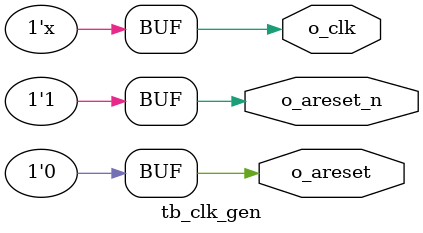
<source format=v>
`timescale 1ns / 1ps


module tb_clk_gen(
  output reg o_clk,
  output wire o_areset_n,
  output reg o_areset
);

  // Defines the clock period for the test bench
  localparam CLOCK_PERIOD = 2;

  // Defines the reset period for the test bench
  localparam RESET_PERIOD = 15;

  // Create an asynchronous reset
  initial begin
    o_clk = 0;
    o_areset = 1;
    #RESET_PERIOD
    o_areset = 0;
  end

  // Assign the inverted reset for active low devices
  assign o_areset_n = ~o_areset;

  // Generate the clock
  always begin
    #(CLOCK_PERIOD / 2) o_clk = ~o_clk;
  end

endmodule

</source>
